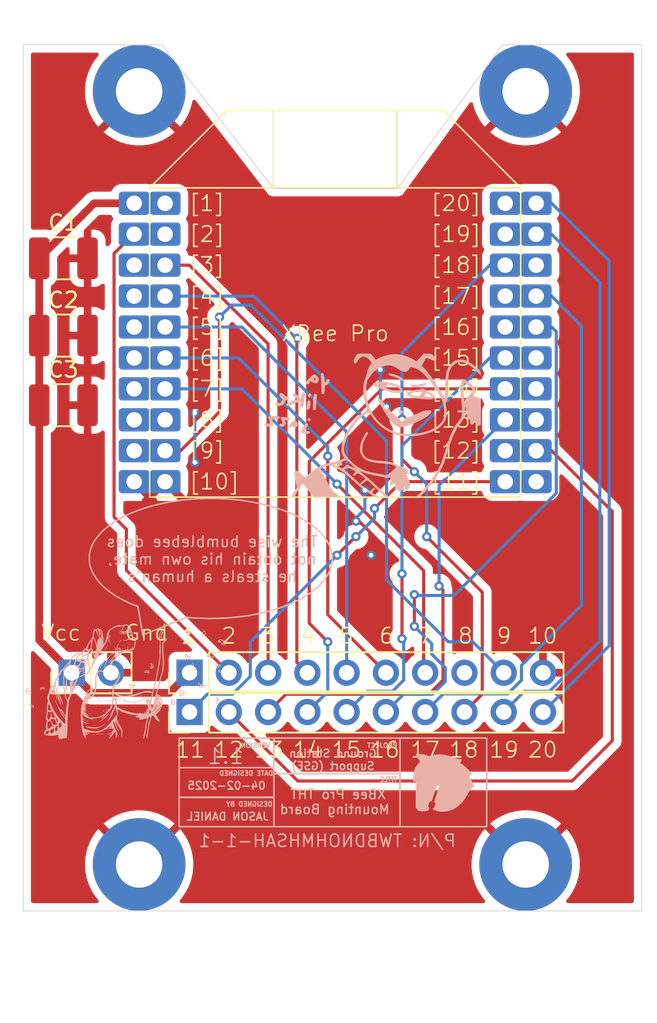
<source format=kicad_pcb>
(kicad_pcb (version 20241229) (generator "pcbnew") (generator_version "9.0")
  (layers (0 "F.Cu" signal) (4 "In1.Cu" signal) (6 "In2.Cu" signal) (2 "B.Cu" signal) (13 "F.Paste" user) (15 "B.Paste" user) (5 "F.SilkS" user "F.Silkscreen") (7 "B.SilkS" user "B.Silkscreen") (1 "F.Mask" user) (3 "B.Mask" user) (25 "Edge.Cuts" user))
  (net 0 "")
  (net 1 "+3.3V")
  (net 2 "GND")
  (net 3 "Net-(J2-Pin_1)")
  (net 5 "Net-(J1-Pin_2)")
  (net 6 "Net-(J2-Pin_5)")
  (net 7 "Net-(J1-Pin_4)")
  (net 8 "Net-(J1-Pin_9)")
  (net 9 "Net-(J2-Pin_9)")
  (net 10 "Net-(J1-Pin_6)")
  (net 11 "Net-(J2-Pin_6)")
  (net 12 "Net-(J2-Pin_4)")
  (net 13 "Net-(J2-Pin_2)")
  (net 14 "Net-(J1-Pin_5)")
  (net 16 "Net-(J2-Pin_10)")
  (net 17 "Net-(J1-Pin_7)")
  (net 18 "Net-(J2-Pin_3)")
  (net 19 "Net-(J2-Pin_7)")
  (net 20 "Net-(J1-Pin_3)")
  (net 21 "Net-(J2-Pin_8)")
  (footprint "=Custom Holes:M3 GND Screwhole" (layer "F.Cu") (at 106.6 61.8)
    (property "Reference" "REF**" (hide yes))
    (property "Value" "M3 GND Screwhole")
    (pad "1" thru_hole circle (at 0 0) (size 6 6) (drill 3) (layers "*.Cu" "*.Mask") (net 2 "GND"))
  )
  (footprint "=Custom Holes:M3 GND Screwhole" (layer "F.Cu") (at 131.6 61.8)
    (property "Reference" "REF**" (hide yes))
    (property "Value" "M3 GND Screwhole")
    (pad "1" thru_hole circle (at 0 0) (size 6 6) (drill 3) (layers "*.Cu" "*.Mask") (net 2 "GND"))
  )
  (footprint "Capacitor_SMD:C_1210_3225Metric_Pad1.33x2.70mm_HandSolder" (layer "F.Cu") (at 101.7 72.6)
    (property "Reference" "C1" (at 0 -2.3 0) (layer "F.SilkS"))
    (property "Value" "47uF")
    (pad "1" smd roundrect (at -1.5625 0) (size 1.325 2.7) (layers "F.Cu" "F.Mask" "F.Paste") (roundrect_rratio 0.188679) (net 1 "+3.3V"))
    (pad "2" smd roundrect (at 1.5625 0) (size 1.325 2.7) (layers "F.Cu" "F.Mask" "F.Paste") (roundrect_rratio 0.188679) (net 2 "GND"))
  )
  (footprint "Capacitor_SMD:C_1210_3225Metric_Pad1.33x2.70mm_HandSolder" (layer "F.Cu") (at 101.7 77.6)
    (property "Reference" "C2" (at 0 -2.3 0) (layer "F.SilkS"))
    (property "Value" "10uF")
    (pad "1" smd roundrect (at -1.5625 0) (size 1.325 2.7) (layers "F.Cu" "F.Mask" "F.Paste") (roundrect_rratio 0.188679) (net 1 "+3.3V"))
    (pad "2" smd roundrect (at 1.5625 0) (size 1.325 2.7) (layers "F.Cu" "F.Mask" "F.Paste") (roundrect_rratio 0.188679) (net 2 "GND"))
  )
  (footprint "Connector_PinHeader_2.54mm:PinHeader_1x02_P2.54mm_Vertical" (layer "F.Cu") (at 102.24 99.4 90)
    (property "Reference" "J3" (hide yes))
    (property "Value" "Conn_01x02")
    (pad "1" thru_hole rect (at 0 0 90) (size 1.7 1.7) (drill 1) (layers "*.Cu" "*.Mask") (net 1 "+3.3V"))
    (pad "2" thru_hole oval (at 0 2.54 90) (size 1.7 1.7) (drill 1) (layers "*.Cu" "*.Mask") (net 2 "GND"))
  )
  (footprint "=Custom Holes:M3 GND Screwhole" (layer "F.Cu") (at 106.6 111.8)
    (property "Reference" "REF**" (hide yes))
    (property "Value" "M3 GND Screwhole")
    (pad "1" thru_hole circle (at 0 0) (size 6 6) (drill 3) (layers "*.Cu" "*.Mask") (net 2 "GND"))
  )
  (footprint "Connector_PinHeader_2.54mm:PinHeader_1x10_P2.54mm_Vertical" (layer "F.Cu") (at 109.86 101.94 90)
    (property "Reference" "J2" (hide yes))
    (property "Value" "Conn_01x10")
    (pad "1" thru_hole rect (at 0 0 90) (size 1.7 1.7) (drill 1) (layers "*.Cu" "*.Mask") (net 3 "Net-(J2-Pin_1)"))
    (pad "2" thru_hole oval (at 0 2.54 90) (size 1.7 1.7) (drill 1) (layers "*.Cu" "*.Mask") (net 13 "Net-(J2-Pin_2)"))
    (pad "3" thru_hole oval (at 0 5.08 90) (size 1.7 1.7) (drill 1) (layers "*.Cu" "*.Mask") (net 18 "Net-(J2-Pin_3)"))
    (pad "4" thru_hole oval (at 0 7.62 90) (size 1.7 1.7) (drill 1) (layers "*.Cu" "*.Mask") (net 12 "Net-(J2-Pin_4)"))
    (pad "5" thru_hole oval (at 0 10.16 90) (size 1.7 1.7) (drill 1) (layers "*.Cu" "*.Mask") (net 6 "Net-(J2-Pin_5)"))
    (pad "6" thru_hole oval (at 0 12.7 90) (size 1.7 1.7) (drill 1) (layers "*.Cu" "*.Mask") (net 11 "Net-(J2-Pin_6)"))
    (pad "7" thru_hole oval (at 0 15.24 90) (size 1.7 1.7) (drill 1) (layers "*.Cu" "*.Mask") (net 19 "Net-(J2-Pin_7)"))
    (pad "8" thru_hole oval (at 0 17.78 90) (size 1.7 1.7) (drill 1) (layers "*.Cu" "*.Mask") (net 21 "Net-(J2-Pin_8)"))
    (pad "9" thru_hole oval (at 0 20.32 90) (size 1.7 1.7) (drill 1) (layers "*.Cu" "*.Mask") (net 9 "Net-(J2-Pin_9)"))
    (pad "10" thru_hole oval (at 0 22.86 90) (size 1.7 1.7) (drill 1) (layers "*.Cu" "*.Mask") (net 16 "Net-(J2-Pin_10)"))
  )
  (footprint "Connector_PinHeader_2.54mm:PinHeader_1x10_P2.54mm_Vertical" (layer "F.Cu") (at 109.86 99.4 90)
    (property "Reference" "J1" (hide yes))
    (property "Value" "Conn_01x10")
    (pad "1" thru_hole rect (at 0 0 90) (size 1.7 1.7) (drill 1) (layers "*.Cu" "*.Mask") (net 1 "+3.3V"))
    (pad "2" thru_hole oval (at 0 2.54 90) (size 1.7 1.7) (drill 1) (layers "*.Cu" "*.Mask") (net 5 "Net-(J1-Pin_2)"))
    (pad "3" thru_hole oval (at 0 5.08 90) (size 1.7 1.7) (drill 1) (layers "*.Cu" "*.Mask") (net 20 "Net-(J1-Pin_3)"))
    (pad "4" thru_hole oval (at 0 7.62 90) (size 1.7 1.7) (drill 1) (layers "*.Cu" "*.Mask") (net 7 "Net-(J1-Pin_4)"))
    (pad "5" thru_hole oval (at 0 10.16 90) (size 1.7 1.7) (drill 1) (layers "*.Cu" "*.Mask") (net 14 "Net-(J1-Pin_5)"))
    (pad "6" thru_hole oval (at 0 12.7 90) (size 1.7 1.7) (drill 1) (layers "*.Cu" "*.Mask") (net 10 "Net-(J1-Pin_6)"))
    (pad "7" thru_hole oval (at 0 15.24 90) (size 1.7 1.7) (drill 1) (layers "*.Cu" "*.Mask") (net 17 "Net-(J1-Pin_7)"))
    (pad "8" thru_hole oval (at 0 17.78 90) (size 1.7 1.7) (drill 1) (layers "*.Cu" "*.Mask"))
    (pad "9" thru_hole oval (at 0 20.32 90) (size 1.7 1.7) (drill 1) (layers "*.Cu" "*.Mask") (net 8 "Net-(J1-Pin_9)"))
    (pad "10" thru_hole oval (at 0 22.86 90) (size 1.7 1.7) (drill 1) (layers "*.Cu" "*.Mask") (net 2 "GND"))
  )
  (footprint "=Custom Holes:M3 GND Screwhole" (layer "F.Cu") (at 131.6 111.8)
    (property "Reference" "REF**" (hide yes))
    (property "Value" "M3 GND Screwhole")
    (pad "1" thru_hole circle (at 0 0) (size 6 6) (drill 3) (layers "*.Cu" "*.Mask") (net 2 "GND"))
  )
  (footprint "Footprint Fetish:XBee Pro THT Double" (layer "F.Cu") (at 108.2775 69.045)
    (property "Reference" "XBee1" (hide yes))
    (property "Value" "~" (hide yes))
    (fp_text user "[12]" (at 20.5 16 0) (layer "F.SilkS") (effects (font (thickness 0.1)) (justify right)))
    (fp_text user "[8]" (at 1.5 14 0) (layer "F.SilkS") (effects (font (thickness 0.1)) (justify left)))
    (fp_text user "[6]" (at 1.5 10 0) (layer "F.SilkS") (effects (font (thickness 0.1)) (justify left)))
    (fp_text user "[11]" (at 20.5 18 0) (layer "F.SilkS") (effects (font (thickness 0.1)) (justify right)))
    (fp_text user "[3]" (at 1.5 4 0) (layer "F.SilkS") (effects (font (thickness 0.1)) (justify left)))
    (fp_text user "[9]" (at 1.5 16 0) (layer "F.SilkS") (effects (font (thickness 0.1)) (justify left)))
    (fp_text user "[14]" (at 20.5 12 0) (layer "F.SilkS") (effects (font (thickness 0.1)) (justify right)))
    (fp_text user "[10]" (at 1.5 18 0) (layer "F.SilkS") (effects (font (thickness 0.1)) (justify left)))
    (fp_text user "[1]" (at 1.5 0 0) (layer "F.SilkS") (effects (font (thickness 0.1)) (justify left)))
    (fp_text user "[18]" (at 20.5 4 0) (layer "F.SilkS") (effects (font (thickness 0.1)) (justify right)))
    (fp_text user "[17]" (at 20.5 6 0) (layer "F.SilkS") (effects (font (thickness 0.1)) (justify right)))
    (fp_text user "[4]" (at 1.5 6 0) (layer "F.SilkS") (effects (font (thickness 0.1)) (justify left)))
    (fp_text user "[2]" (at 1.5 2 0) (layer "F.SilkS") (effects (font (thickness 0.1)) (justify left)))
    (fp_text user "[13]" (at 20.5 14 0) (layer "F.SilkS") (effects (font (thickness 0.1)) (justify right)))
    (fp_text user "XBee Pro" (at 11 9 0) (layer "F.SilkS") (effects (font (thickness 0.1)) (justify bottom)))
    (fp_text user "[5]" (at 1.5 8 0) (layer "F.SilkS") (effects (font (thickness 0.1)) (justify left)))
    (fp_text user "[19]" (at 20.5 2 0) (layer "F.SilkS") (effects (font (thickness 0.1)) (justify right)))
    (fp_text user "[7]" (at 1.5 12 0) (layer "F.SilkS") (effects (font (thickness 0.1)) (justify left)))
    (fp_text user "[20]" (at 20.5 0 0) (layer "F.SilkS") (effects (font (thickness 0.1)) (justify right)))
    (fp_text user "[15]" (at 20.5 10 0) (layer "F.SilkS") (effects (font (thickness 0.1)) (justify right)))
    (fp_text user "[16]" (at 20.5 8 0) (layer "F.SilkS") (effects (font (thickness 0.1)) (justify right)))
    (pad "1" thru_hole roundrect (at -2 0) (size 2 1.5) (drill 1) (layers "*.Cu" "*.Mask") (roundrect_rratio 0.15) (net 1 "+3.3V"))
    (pad "1" thru_hole roundrect (at 0 0) (size 2 1.5) (drill 1) (layers "*.Cu" "*.Mask") (roundrect_rratio 0.15) (net 1 "+3.3V"))
    (pad "2" thru_hole roundrect (at -2 2) (size 2 1.5) (drill 1) (layers "*.Cu" "*.Mask") (roundrect_rratio 0.15) (net 5 "Net-(J1-Pin_2)"))
    (pad "2" thru_hole roundrect (at 0 2) (size 2 1.5) (drill 1) (layers "*.Cu" "*.Mask") (roundrect_rratio 0.15) (net 5 "Net-(J1-Pin_2)"))
    (pad "3" thru_hole roundrect (at -2 4) (size 2 1.5) (drill 1) (layers "*.Cu" "*.Mask") (roundrect_rratio 0.15) (net 20 "Net-(J1-Pin_3)"))
    (pad "3" thru_hole roundrect (at 0 4) (size 2 1.5) (drill 1) (layers "*.Cu" "*.Mask") (roundrect_rratio 0.15) (net 20 "Net-(J1-Pin_3)"))
    (pad "4" thru_hole roundrect (at -2 6) (size 2 1.5) (drill 1) (layers "*.Cu" "*.Mask") (roundrect_rratio 0.15) (net 7 "Net-(J1-Pin_4)"))
    (pad "4" thru_hole roundrect (at 0 6) (size 2 1.5) (drill 1) (layers "*.Cu" "*.Mask") (roundrect_rratio 0.15) (net 7 "Net-(J1-Pin_4)"))
    (pad "5" thru_hole roundrect (at -2 8) (size 2 1.5) (drill 1) (layers "*.Cu" "*.Mask") (roundrect_rratio 0.15) (net 14 "Net-(J1-Pin_5)"))
    (pad "5" thru_hole roundrect (at 0 8) (size 2 1.5) (drill 1) (layers "*.Cu" "*.Mask") (roundrect_rratio 0.15) (net 14 "Net-(J1-Pin_5)"))
    (pad "6" thru_hole roundrect (at -2 10) (size 2 1.5) (drill 1) (layers "*.Cu" "*.Mask") (roundrect_rratio 0.15) (net 10 "Net-(J1-Pin_6)"))
    (pad "6" thru_hole roundrect (at 0 10) (size 2 1.5) (drill 1) (layers "*.Cu" "*.Mask") (roundrect_rratio 0.15) (net 10 "Net-(J1-Pin_6)"))
    (pad "7" thru_hole roundrect (at -2 12) (size 2 1.5) (drill 1) (layers "*.Cu" "*.Mask") (roundrect_rratio 0.15) (net 17 "Net-(J1-Pin_7)"))
    (pad "7" thru_hole roundrect (at 0 12) (size 2 1.5) (drill 1) (layers "*.Cu" "*.Mask") (roundrect_rratio 0.15) (net 17 "Net-(J1-Pin_7)"))
    (pad "8" thru_hole roundrect (at -2 14) (size 2 1.5) (drill 1) (layers "*.Cu" "*.Mask") (roundrect_rratio 0.15))
    (pad "8" thru_hole roundrect (at 0 14) (size 2 1.5) (drill 1) (layers "*.Cu" "*.Mask") (roundrect_rratio 0.15))
    (pad "9" thru_hole roundrect (at -2 16) (size 2 1.5) (drill 1) (layers "*.Cu" "*.Mask") (roundrect_rratio 0.15) (net 8 "Net-(J1-Pin_9)"))
    (pad "9" thru_hole roundrect (at 0 16) (size 2 1.5) (drill 1) (layers "*.Cu" "*.Mask") (roundrect_rratio 0.15) (net 8 "Net-(J1-Pin_9)"))
    (pad "10" thru_hole roundrect (at -2 18) (size 2 1.5) (drill 1) (layers "*.Cu" "*.Mask") (roundrect_rratio 0.15) (net 2 "GND"))
    (pad "10" thru_hole roundrect (at 0 18) (size 2 1.5) (drill 1) (layers "*.Cu" "*.Mask") (roundrect_rratio 0.15) (net 2 "GND"))
    (pad "11" thru_hole roundrect (at 22 18) (size 2 1.5) (drill 1) (layers "*.Cu" "*.Mask") (roundrect_rratio 0.15) (net 3 "Net-(J2-Pin_1)"))
    (pad "11" thru_hole roundrect (at 24 18) (size 2 1.5) (drill 1) (layers "*.Cu" "*.Mask") (roundrect_rratio 0.15) (net 3 "Net-(J2-Pin_1)"))
    (pad "12" thru_hole roundrect (at 22 16) (size 2 1.5) (drill 1) (layers "*.Cu" "*.Mask") (roundrect_rratio 0.15) (net 13 "Net-(J2-Pin_2)"))
    (pad "12" thru_hole roundrect (at 24 16) (size 2 1.5) (drill 1) (layers "*.Cu" "*.Mask") (roundrect_rratio 0.15) (net 13 "Net-(J2-Pin_2)"))
    (pad "13" thru_hole roundrect (at 22 14) (size 2 1.5) (drill 1) (layers "*.Cu" "*.Mask") (roundrect_rratio 0.15) (net 18 "Net-(J2-Pin_3)"))
    (pad "13" thru_hole roundrect (at 24 14) (size 2 1.5) (drill 1) (layers "*.Cu" "*.Mask") (roundrect_rratio 0.15) (net 18 "Net-(J2-Pin_3)"))
    (pad "14" thru_hole roundrect (at 22 12) (size 2 1.5) (drill 1) (layers "*.Cu" "*.Mask") (roundrect_rratio 0.15) (net 12 "Net-(J2-Pin_4)"))
    (pad "14" thru_hole roundrect (at 24 12) (size 2 1.5) (drill 1) (layers "*.Cu" "*.Mask") (roundrect_rratio 0.15) (net 12 "Net-(J2-Pin_4)"))
    (pad "15" thru_hole roundrect (at 22 10) (size 2 1.5) (drill 1) (layers "*.Cu" "*.Mask") (roundrect_rratio 0.15) (net 6 "Net-(J2-Pin_5)"))
    (pad "15" thru_hole roundrect (at 24 10) (size 2 1.5) (drill 1) (layers "*.Cu" "*.Mask") (roundrect_rratio 0.15) (net 6 "Net-(J2-Pin_5)"))
    (pad "16" thru_hole roundrect (at 22 8) (size 2 1.5) (drill 1) (layers "*.Cu" "*.Mask") (roundrect_rratio 0.15) (net 11 "Net-(J2-Pin_6)"))
    (pad "16" thru_hole roundrect (at 24 8) (size 2 1.5) (drill 1) (layers "*.Cu" "*.Mask") (roundrect_rratio 0.15) (net 11 "Net-(J2-Pin_6)"))
    (pad "17" thru_hole roundrect (at 22 6) (size 2 1.5) (drill 1) (layers "*.Cu" "*.Mask") (roundrect_rratio 0.15) (net 19 "Net-(J2-Pin_7)"))
    (pad "17" thru_hole roundrect (at 24 6) (size 2 1.5) (drill 1) (layers "*.Cu" "*.Mask") (roundrect_rratio 0.15) (net 19 "Net-(J2-Pin_7)"))
    (pad "18" thru_hole roundrect (at 22 4) (size 2 1.5) (drill 1) (layers "*.Cu" "*.Mask") (roundrect_rratio 0.15) (net 21 "Net-(J2-Pin_8)"))
    (pad "18" thru_hole roundrect (at 24 4) (size 2 1.5) (drill 1) (layers "*.Cu" "*.Mask") (roundrect_rratio 0.15) (net 21 "Net-(J2-Pin_8)"))
    (pad "19" thru_hole roundrect (at 22 2) (size 2 1.5) (drill 1) (layers "*.Cu" "*.Mask") (roundrect_rratio 0.15) (net 9 "Net-(J2-Pin_9)"))
    (pad "19" thru_hole roundrect (at 24 2) (size 2 1.5) (drill 1) (layers "*.Cu" "*.Mask") (roundrect_rratio 0.15) (net 9 "Net-(J2-Pin_9)"))
    (pad "20" thru_hole roundrect (at 22 0) (size 2 1.5) (drill 1) (layers "*.Cu" "*.Mask") (roundrect_rratio 0.15) (net 16 "Net-(J2-Pin_10)"))
    (pad "20" thru_hole roundrect (at 24 0) (size 2 1.5) (drill 1) (layers "*.Cu" "*.Mask") (roundrect_rratio 0.15) (net 16 "Net-(J2-Pin_10)"))
  )
  (footprint "Capacitor_SMD:C_1210_3225Metric_Pad1.33x2.70mm_HandSolder" (layer "F.Cu") (at 101.7 82.1)
    (property "Reference" "C3" (at 0 -2.3 0) (layer "F.SilkS"))
    (property "Value" "1uF")
    (pad "1" smd roundrect (at -1.5625 0) (size 1.325 2.7) (layers "F.Cu" "F.Mask" "F.Paste") (roundrect_rratio 0.188679) (net 1 "+3.3V"))
    (pad "2" smd roundrect (at 1.5625 0) (size 1.325 2.7) (layers "F.Cu" "F.Mask" "F.Paste") (roundrect_rratio 0.188679) (net 2 "GND"))
  )
  (footprint "=Graphics:Oogway wisdom 20x16" (layer "B.Cu") (at 109.2 95.8 180)
    (property "Reference" "G***" (hide yes))
    (property "Value" "LOGO" (hide yes))
  )
  (footprint "=Graphics:NCR TItle Block 20x5.8mm" (layer "B.Cu") (at 119.125 106.5 180)
    (property "Reference" "G***" (hide yes))
    (property "Value" "LOGO" (hide yes))
    (fp_text user "VERSION" (at 5 2.4 0) (layer "B.SilkS") (effects (font (size 0.3 0.3) (thickness 0.075)) (justify mirror)))
    (fp_text user "DATE DESIGNED" (at 5.6 0.6 0) (layer "B.SilkS") (effects (font (size 0.3 0.3) (thickness 0.075)) (justify mirror)))
    (fp_text user "DESIGNED BY" (at 5.4 -1.4 0) (layer "B.SilkS") (effects (font (size 0.3 0.3) (thickness 0.075)) (justify mirror)))
    (fp_text user "PROJECT" (at -3.2 2.4 0) (layer "B.SilkS") (effects (font (size 0.3 0.3) (thickness 0.075)) (justify mirror)))
    (fp_text user "TITLE" (at -3.6 0.2 0) (layer "B.SilkS") (effects (font (size 0.3 0.3) (thickness 0.075)) (justify mirror)))
  )
  (footprint "=Graphics:You Like Jank" (layer "B.Cu") (at 121.7 83.4 180)
    (property "Reference" "G***" (hide yes))
    (property "Value" "LOGO" (hide yes))
  )
  (gr_line (start 123.3 68.1) (end 115.3 68.1) (stroke (width 0.05)) (layer "Edge.Cuts"))
  (gr_line (start 99.1 114.8) (end 139.1 114.8) (stroke (width 0.05)) (layer "Edge.Cuts"))
  (gr_line (start 139.1 114.8) (end 139.1 58.8) (stroke (width 0.05)) (layer "Edge.Cuts"))
  (gr_line (start 139.1 58.8) (end 130.1 58.8) (stroke (width 0.05)) (layer "Edge.Cuts"))
  (gr_line (start 99.1 58.8) (end 99.1 114.8) (stroke (width 0.05)) (layer "Edge.Cuts"))
  (gr_line (start 123.3 68.1) (end 130.1 58.8) (stroke (width 0.05)) (layer "Edge.Cuts"))
  (gr_line (start 108.1 58.8) (end 99.1 58.8) (stroke (width 0.05)) (layer "Edge.Cuts"))
  (gr_line (start 115.3 68.1) (end 108.1 58.8) (stroke (width 0.05)) (layer "Edge.Cuts"))
  (gr_text "10" (at 132.7 97.6 0) (layer "F.SilkS") (effects (font (size 1 1) (thickness 0.1)) (justify bottom)))
  (gr_text "12" (at 112.4 103.8 0) (layer "F.SilkS") (effects (font (size 1 1) (thickness 0.1)) (justify top)))
  (gr_text "Vcc" (at 100.2 97.4 0) (layer "F.SilkS") (effects (font (size 1 1) (thickness 0.1)) (justify left bottom)))
  (gr_text "16" (at 122.5 103.8 0) (layer "F.SilkS") (effects (font (size 1 1) (thickness 0.1)) (justify top)))
  (gr_text "1" (at 109.8 97.6 0) (layer "F.SilkS") (effects (font (size 1 1)) (justify bottom)))
  (gr_text "14" (at 117.5 103.8 0) (layer "F.SilkS") (effects (font (size 1 1) (thickness 0.1)) (justify top)))
  (gr_text "15" (at 120 103.8 0) (layer "F.SilkS") (effects (font (size 1 1) (thickness 0.1)) (justify top)))
  (gr_text "7" (at 125.1 97.6 0) (layer "F.SilkS") (effects (font (size 1 1) (thickness 0.1)) (justify bottom)))
  (gr_text "6" (at 122.6 97.6 0) (layer "F.SilkS") (effects (font (size 1 1) (thickness 0.1)) (justify bottom)))
  (gr_text "18" (at 127.6 103.8 0) (layer "F.SilkS") (effects (font (size 1 1) (thickness 0.1)) (justify top)))
  (gr_text "3" (at 114.9 97.6 0) (layer "F.SilkS") (effects (font (size 1 1) (thickness 0.1)) (justify bottom)))
  (gr_text "4" (at 117.5 97.6 0) (layer "F.SilkS") (effects (font (size 1 1) (thickness 0.1)) (justify bottom)))
  (gr_text "Gnd" (at 105.6 97.4 0) (layer "F.SilkS") (effects (font (size 1 1) (thickness 0.1)) (justify left bottom)))
  (gr_text "13" (at 115 103.8 0) (layer "F.SilkS") (effects (font (size 1 1) (thickness 0.1)) (justify top)))
  (gr_text "19" (at 130.2 103.8 0) (layer "F.SilkS") (effects (font (size 1 1) (thickness 0.1)) (justify top)))
  (gr_text "8" (at 127.7 97.6 0) (layer "F.SilkS") (effects (font (size 1 1) (thickness 0.1)) (justify bottom)))
  (gr_text "20" (at 132.7 103.8 0) (layer "F.SilkS") (effects (font (size 1 1) (thickness 0.1)) (justify top)))
  (gr_text "2" (at 112.4 97.6 0) (layer "F.SilkS") (effects (font (size 1 1) (thickness 0.1)) (justify bottom)))
  (gr_text "17" (at 125.1 103.8 0) (layer "F.SilkS") (effects (font (size 1 1) (thickness 0.1)) (justify top)))
  (gr_text "5" (at 120 97.6 0) (layer "F.SilkS") (effects (font (size 1 1) (thickness 0.1)) (justify bottom)))
  (gr_text "11" (at 109.9 103.8 0) (layer "F.SilkS") (effects (font (size 1 1) (thickness 0.1)) (justify top)))
  (gr_text "9" (at 130.2 97.6 0) (layer "F.SilkS") (effects (font (size 1 1) (thickness 0.1)) (justify bottom)))
  (gr_text "04-02-2025" (at 112.252878 106.7 0) (layer "B.SilkS") (effects (font (size 0.5 0.5) (thickness 0.1)) (justify mirror)))
  (gr_text "XBee Pro THT \nMounting Board" (at 119.25 107.75 0) (layer "B.SilkS") (effects (font (size 0.6 0.6) (thickness 0.1)) (justify mirror)))
  (gr_text "Ground Station\nSupport (GSE)" (at 119.134946 105.025 0) (layer "B.SilkS") (effects (font (size 0.5 0.5) (thickness 0.1)) (justify mirror)))
  (gr_text "The wise bumblebee does\nnot obtain his own mate,\nhe steals a human's" (at 111.325 92.05 0) (layer "B.SilkS") (effects (font (size 0.7 0.7) (thickness 0.1)) (justify mirror)))
  (gr_text "JASON DANIEL" (at 112.325 108.7 0) (layer "B.SilkS") (effects (font (size 0.5 0.5) (thickness 0.1)) (justify mirror)))
  (gr_text "P/N: TWBDNOHMHSAH-1-1" (at 118.762999 109.8 0) (layer "B.SilkS") (effects (font (size 0.8 0.8) (thickness 0.1)) (justify top mirror)))
  (gr_text "1.1" (at 112.2 104.8 0) (layer "B.SilkS") (effects (font (size 1 1) (thickness 0.1)) (justify mirror)))
  (segment (start 102.24 99.4) (end 103.541 100.701) (width 0.5) (layer "F.Cu") (net 1))
  (segment (start 100.1375 72.6) (end 100.1375 77.6) (width 0.5) (layer "F.Cu") (net 1))
  (segment (start 100.1375 77.6) (end 100.1375 82.1) (width 0.5) (layer "F.Cu") (net 1))
  (segment (start 100.1375 97.2975) (end 102.24 99.4) (width 0.5) (layer "F.Cu") (net 1))
  (segment (start 100.1375 82.1) (end 100.1375 97.2975) (width 0.5) (layer "F.Cu") (net 1))
  (segment (start 108.2775 69.045) (end 107.2775 69.045) (width 0.2) (layer "F.Cu") (net 1))
  (segment (start 108.559 100.701) (end 109.86 99.4) (width 0.5) (layer "F.Cu") (net 1))
  (segment (start 103.6925 69.045) (end 100.1375 72.6) (width 0.5) (layer "F.Cu") (net 1))
  (segment (start 103.541 100.701) (end 108.559 100.701) (width 0.5) (layer "F.Cu") (net 1))
  (segment (start 106.2775 69.045) (end 103.6925 69.045) (width 0.5) (layer "F.Cu") (net 1))
  (segment (start 108.2775 69.045) (end 106.2775 69.045) (width 0.2) (layer "B.Cu") (net 1))
  (segment (start 120.625 89.6) (end 120.825 89.6) (width 0.2) (layer "F.Cu") (net 2))
  (segment (start 120.825 89.6) (end 121.6 90.375) (width 0.2) (layer "F.Cu") (net 2))
  (segment (start 121.6 90.375) (end 121.6 91.8) (width 0.2) (layer "F.Cu") (net 2))
  (via (at 120.625 89.6) (size 0.6) (drill 0.3) (layers "F.Cu" "B.Cu") (net 2))
  (via (at 122.6 82.2) (size 0.6) (drill 0.3) (layers "F.Cu" "B.Cu") (net 2))
  (via (at 110.2 85.8) (size 0.6) (drill 0.3) (layers "F.Cu" "B.Cu") (net 2))
  (via (at 110.2 82.6) (size 0.6) (drill 0.3) (layers "F.Cu" "B.Cu") (net 2))
  (via (at 122.2 79.8) (size 0.6) (drill 0.3) (layers "F.Cu" "B.Cu") (net 2))
  (via (at 121.2 87.6) (size 0.6) (drill 0.3) (layers "F.Cu" "B.Cu") (net 2))
  (via (at 121.6 91.8) (size 0.6) (drill 0.3) (layers "F.Cu" "B.Cu") (net 2))
  (segment (start 120.625 89.6) (end 120.625 89.4) (width 0.2) (layer "B.Cu") (net 2))
  (segment (start 120.625 89.4) (end 121.2 88.825) (width 0.2) (layer "B.Cu") (net 2))
  (segment (start 110.2 85.8) (end 110.2 82.6) (width 0.2) (layer "B.Cu") (net 2))
  (segment (start 122.2 81.8) (end 122.6 82.2) (width 0.2) (layer "B.Cu") (net 2))
  (segment (start 122.2 79.8) (end 122.2 81.8) (width 0.2) (layer "B.Cu") (net 2))
  (segment (start 121.2 88.825) (end 121.2 87.6) (width 0.2) (layer "B.Cu") (net 2))
  (segment (start 108.2775 87.045) (end 106.2775 87.045) (width 0.2) (layer "B.Cu") (net 2))
  (segment (start 123.555 87.045) (end 121.824265 88.775735) (width 0.2) (layer "F.Cu") (net 3))
  (segment (start 130.2775 87.045) (end 123.555 87.045) (width 0.2) (layer "F.Cu") (net 3))
  (segment (start 120.6 90.6) (end 119.4 91.8) (width 0.2) (layer "F.Cu") (net 3))
  (segment (start 120.625 90.6) (end 120.6 90.6) (width 0.2) (layer "F.Cu") (net 3))
  (via (at 119.4 91.8) (size 0.6) (drill 0.3) (layers "F.Cu" "B.Cu") (net 3))
  (via (at 120.625 90.6) (size 0.6) (drill 0.3) (layers "F.Cu" "B.Cu") (net 3))
  (via (at 121.824265 88.775735) (size 0.6) (drill 0.3) (layers "F.Cu" "B.Cu") (net 3))
  (segment (start 112.63876 100.789) (end 111.011 100.789) (width 0.2) (layer "B.Cu") (net 3))
  (segment (start 111.011 100.789) (end 109.86 101.94) (width 0.2) (layer "B.Cu") (net 3))
  (segment (start 113.789 97.411) (end 113.789 99.63876) (width 0.2) (layer "B.Cu") (net 3))
  (segment (start 121.824265 89.400735) (end 120.625 90.6) (width 0.2) (layer "B.Cu") (net 3))
  (segment (start 132.2775 87.045) (end 130.2775 87.045) (width 0.2) (layer "B.Cu") (net 3))
  (segment (start 113.789 99.63876) (end 112.63876 100.789) (width 0.2) (layer "B.Cu") (net 3))
  (segment (start 119.4 91.8) (end 113.789 97.411) (width 0.2) (layer "B.Cu") (net 3))
  (segment (start 121.824265 88.775735) (end 121.824265 89.400735) (width 0.2) (layer "B.Cu") (net 3))
  (segment (start 104.9765 89.3265) (end 105.775 90.125) (width 0.2) (layer "F.Cu") (net 5))
  (segment (start 106.22739 71.045) (end 104.9765 72.29589) (width 0.2) (layer "F.Cu") (net 5))
  (segment (start 105.775 92.775) (end 112.4 99.4) (width 0.2) (layer "F.Cu") (net 5))
  (segment (start 106.2775 71.045) (end 106.22739 71.045) (width 0.2) (layer "F.Cu") (net 5))
  (segment (start 104.9765 72.29589) (end 104.9765 89.3265) (width 0.2) (layer "F.Cu") (net 5))
  (segment (start 105.775 90.125) (end 105.775 92.775) (width 0.2) (layer "F.Cu") (net 5))
  (segment (start 108.2775 71.045) (end 106.2775 71.045) (width 0.2) (layer "B.Cu") (net 5))
  (segment (start 123.6 93) (end 123.6 97.2) (width 0.2) (layer "F.Cu") (net 6))
  (via (at 123.6 97.2) (size 0.6) (drill 0.3) (layers "F.Cu" "B.Cu") (net 6))
  (via (at 123.6 93) (size 0.6) (drill 0.3) (layers "F.Cu" "B.Cu") (net 6))
  (segment (start 121.36 100.6) (end 120.02 101.94) (width 0.2) (layer "B.Cu") (net 6))
  (segment (start 130.2775 79.045) (end 129.2775 79.045) (width 0.2) (layer "B.Cu") (net 6))
  (segment (start 132.2775 79.045) (end 130.2775 79.045) (width 0.2) (layer "B.Cu") (net 6))
  (segment (start 123.711 97.311) (end 123.711 99.87676) (width 0.2) (layer "B.Cu") (net 6))
  (segment (start 123.711 99.87676) (end 122.98776 100.6) (width 0.2) (layer "B.Cu") (net 6))
  (segment (start 123.6 97.2) (end 123.711 97.311) (width 0.2) (layer "B.Cu") (net 6))
  (segment (start 122.98776 100.6) (end 121.36 100.6) (width 0.2) (layer "B.Cu") (net 6))
  (segment (start 129.2775 79.045) (end 123.6 84.7225) (width 0.2) (layer "B.Cu") (net 6))
  (segment (start 123.6 84.7225) (end 123.6 93) (width 0.2) (layer "B.Cu") (net 6))
  (segment (start 116.8 77.8) (end 116.8 98.72) (width 0.2) (layer "F.Cu") (net 7))
  (segment (start 116.824265 77.775735) (end 116.8 77.8) (width 0.2) (layer "F.Cu") (net 7))
  (segment (start 116.8 98.72) (end 117.48 99.4) (width 0.2) (layer "F.Cu") (net 7))
  (via (at 116.824265 77.775735) (size 0.6) (drill 0.3) (layers "F.Cu" "B.Cu") (net 7))
  (segment (start 108.2775 75.045) (end 106.2775 75.045) (width 0.2) (layer "B.Cu") (net 7))
  (segment (start 116.824265 77.775735) (end 116.760735 77.775735) (width 0.2) (layer "B.Cu") (net 7))
  (segment (start 114.03 75.045) (end 108.2775 75.045) (width 0.2) (layer "B.Cu") (net 7))
  (segment (start 116.760735 77.775735) (end 114.03 75.045) (width 0.2) (layer "B.Cu") (net 7))
  (segment (start 111.8 82.5225) (end 111.8 76.4) (width 0.2) (layer "F.Cu") (net 8))
  (segment (start 109.2775 85.045) (end 111.8 82.5225) (width 0.2) (layer "F.Cu") (net 8))
  (segment (start 108.2775 85.045) (end 109.2775 85.045) (width 0.2) (layer "F.Cu") (net 8))
  (via (at 111.8 76.4) (size 0.6) (drill 0.3) (layers "F.Cu" "B.Cu") (net 8))
  (segment (start 113.826 75.626) (end 122.6 84.4) (width 0.2) (layer "B.Cu") (net 8))
  (segment (start 111.8 76.4) (end 112.574 75.626) (width 0.2) (layer "B.Cu") (net 8))
  (segment (start 122.6 93.4) (end 126.6 97.4) (width 0.2) (layer "B.Cu") (net 8))
  (segment (start 122.6 84.4) (end 122.6 93.4) (width 0.2) (layer "B.Cu") (net 8))
  (segment (start 108.2775 85.045) (end 106.2775 85.045) (width 0.2) (layer "B.Cu") (net 8))
  (segment (start 128.18 97.4) (end 130.18 99.4) (width 0.2) (layer "B.Cu") (net 8))
  (segment (start 112.574 75.626) (end 113.826 75.626) (width 0.2) (layer "B.Cu") (net 8))
  (segment (start 126.6 97.4) (end 128.18 97.4) (width 0.2) (layer "B.Cu") (net 8))
  (segment (start 131.52 100.6) (end 130.18 101.94) (width 0.2) (layer "B.Cu") (net 9))
  (segment (start 133.14776 100.6) (end 131.52 100.6) (width 0.2) (layer "B.Cu") (net 9))
  (segment (start 136.4 74.1675) (end 136.4 97.34776) (width 0.2) (layer "B.Cu") (net 9))
  (segment (start 133.2775 71.045) (end 136.4 74.1675) (width 0.2) (layer "B.Cu") (net 9))
  (segment (start 132.2775 71.045) (end 130.2775 71.045) (width 0.2) (layer "B.Cu") (net 9))
  (segment (start 136.4 97.34776) (end 133.14776 100.6) (width 0.2) (layer "B.Cu") (net 9))
  (segment (start 132.2775 71.045) (end 133.2775 71.045) (width 0.2) (layer "B.Cu") (net 9))
  (segment (start 118.8 85.4) (end 118.8 95.64) (width 0.2) (layer "F.Cu") (net 10))
  (segment (start 118.8 95.64) (end 122.56 99.4) (width 0.2) (layer "F.Cu") (net 10))
  (via (at 118.8 85.4) (size 0.6) (drill 0.3) (layers "F.Cu" "B.Cu") (net 10))
  (segment (start 118.8 85.4) (end 118.8 84.8) (width 0.2) (layer "B.Cu") (net 10))
  (segment (start 113.045 79.045) (end 108.2775 79.045) (width 0.2) (layer "B.Cu") (net 10))
  (segment (start 118.8 84.8) (end 113.045 79.045) (width 0.2) (layer "B.Cu") (net 10))
  (segment (start 108.2775 79.045) (end 106.2775 79.045) (width 0.2) (layer "B.Cu") (net 10))
  (segment (start 124.4 94.351472) (end 124.4 96.4) (width 0.2) (layer "F.Cu") (net 11))
  (via (at 124.4 96.4) (size 0.6) (drill 0.3) (layers "F.Cu" "B.Cu") (net 11))
  (via (at 124.4 94.351472) (size 0.6) (drill 0.3) (layers "F.Cu" "B.Cu") (net 11))
  (segment (start 133.2775 77.045) (end 133.5785 77.346) (width 0.2) (layer "B.Cu") (net 11))
  (segment (start 133.5785 87.79411) (end 126.97161 94.401) (width 0.2) (layer "B.Cu") (net 11))
  (segment (start 125.52776 97.52776) (end 125.52776 98.2) (width 0.2) (layer "B.Cu") (net 11))
  (segment (start 123.711 100.789) (end 122.56 101.94) (width 0.2) (layer "B.Cu") (net 11))
  (segment (start 126.4 99.07224) (end 126.4 99.96576) (width 0.2) (layer "B.Cu") (net 11))
  (segment (start 132.2775 77.045) (end 130.2775 77.045) (width 0.2) (layer "B.Cu") (net 11))
  (segment (start 133.5785 77.346) (end 133.5785 87.79411) (width 0.2) (layer "B.Cu") (net 11))
  (segment (start 125.52776 98.2) (end 126.4 99.07224) (width 0.2) (layer "B.Cu") (net 11))
  (segment (start 132.2775 77.045) (end 133.2775 77.045) (width 0.2) (layer "B.Cu") (net 11))
  (segment (start 124.4 96.4) (end 125.52776 97.52776) (width 0.2) (layer "B.Cu") (net 11))
  (segment (start 125.57676 100.789) (end 123.711 100.789) (width 0.2) (layer "B.Cu") (net 11))
  (segment (start 124.449528 94.401) (end 124.4 94.351472) (width 0.2) (layer "B.Cu") (net 11))
  (segment (start 126.4 99.96576) (end 125.57676 100.789) (width 0.2) (layer "B.Cu") (net 11))
  (segment (start 126.97161 94.401) (end 124.449528 94.401) (width 0.2) (layer "B.Cu") (net 11))
  (segment (start 130.2775 81.045) (end 122.305057 81.045) (width 0.2) (layer "F.Cu") (net 12))
  (segment (start 117.6 96.2) (end 118.8 97.4) (width 0.2) (layer "F.Cu") (net 12))
  (segment (start 122.305057 81.045) (end 117.6 85.750057) (width 0.2) (layer "F.Cu") (net 12))
  (segment (start 117.6 85.750057) (end 117.6 96.2) (width 0.2) (layer "F.Cu") (net 12))
  (via (at 118.8 97.4) (size 0.6) (drill 0.3) (layers "F.Cu" "B.Cu") (net 12))
  (segment (start 118.8 100.62) (end 117.48 101.94) (width 0.2) (layer "B.Cu") (net 12))
  (segment (start 132.2775 81.045) (end 130.2775 81.045) (width 0.2) (layer "B.Cu") (net 12))
  (segment (start 118.8 97.4) (end 118.8 100.62) (width 0.2) (layer "B.Cu") (net 12))
  (segment (start 137.2 103.8) (end 134.6 106.4) (width 0.2) (layer "F.Cu") (net 13))
  (segment (start 133.2775 85.045) (end 137.2 88.9675) (width 0.2) (layer "F.Cu") (net 13))
  (segment (start 116.86 106.4) (end 112.4 101.94) (width 0.2) (layer "F.Cu") (net 13))
  (segment (start 134.6 106.4) (end 116.86 106.4) (width 0.2) (layer "F.Cu") (net 13))
  (segment (start 132.2775 85.045) (end 133.2775 85.045) (width 0.2) (layer "F.Cu") (net 13))
  (segment (start 137.2 88.9675) (end 137.2 103.8) (width 0.2) (layer "F.Cu") (net 13))
  (segment (start 132.2775 85.045) (end 130.2775 85.045) (width 0.2) (layer "B.Cu") (net 13))
  (segment (start 120.025 99.395) (end 120.02 99.4) (width 0.2) (layer "B.Cu") (net 14))
  (segment (start 120.025 83.825) (end 120.025 99.395) (width 0.2) (layer "B.Cu") (net 14))
  (segment (start 108.2775 77.045) (end 113.245 77.045) (width 0.2) (layer "B.Cu") (net 14))
  (segment (start 113.245 77.045) (end 120.025 83.825) (width 0.2) (layer "B.Cu") (net 14))
  (segment (start 108.2775 77.045) (end 106.2775 77.045) (width 0.2) (layer "B.Cu") (net 14))
  (segment (start 132.2775 69.045) (end 133.2775 69.045) (width 0.2) (layer "B.Cu") (net 16))
  (segment (start 132.2775 69.045) (end 130.2775 69.045) (width 0.2) (layer "B.Cu") (net 16))
  (segment (start 137 72.7675) (end 137 97.66) (width 0.2) (layer "B.Cu") (net 16))
  (segment (start 133.2775 69.045) (end 137 72.7675) (width 0.2) (layer "B.Cu") (net 16))
  (segment (start 137 97.66) (end 132.72 101.94) (width 0.2) (layer "B.Cu") (net 16))
  (segment (start 125 99.3) (end 125.1 99.4) (width 0.2) (layer "F.Cu") (net 17))
  (segment (start 119.4 87.2) (end 125 92.8) (width 0.2) (layer "F.Cu") (net 17))
  (segment (start 125 92.8) (end 125 99.3) (width 0.2) (layer "F.Cu") (net 17))
  (via (at 119.4 87.2) (size 0.6) (drill 0.3) (layers "F.Cu" "B.Cu") (net 17))
  (segment (start 108.2775 81.045) (end 113.245 81.045) (width 0.2) (layer "B.Cu") (net 17))
  (segment (start 108.2775 81.045) (end 106.2775 81.045) (width 0.2) (layer "B.Cu") (net 17))
  (segment (start 113.245 81.045) (end 119.4 87.2) (width 0.2) (layer "B.Cu") (net 17))
  (segment (start 125.33876 100.789) (end 116.091 100.789) (width 0.2) (layer "F.Cu") (net 18))
  (segment (start 126 93.8) (end 126.251 94.051) (width 0.2) (layer "F.Cu") (net 18))
  (segment (start 116.091 100.789) (end 114.94 101.94) (width 0.2) (layer "F.Cu") (net 18))
  (segment (start 126.251 94.051) (end 126.251 99.87676) (width 0.2) (layer "F.Cu") (net 18))
  (segment (start 126.251 99.87676) (end 125.33876 100.789) (width 0.2) (layer "F.Cu") (net 18))
  (via (at 126 93.8) (size 0.6) (drill 0.3) (layers "F.Cu" "B.Cu") (net 18))
  (segment (start 132.2775 83.045) (end 130.2775 83.045) (width 0.2) (layer "B.Cu") (net 18))
  (segment (start 130.22739 83.045) (end 126 87.27239) (width 0.2) (layer "B.Cu") (net 18))
  (segment (start 132.2775 83.045) (end 130.22739 83.045) (width 0.2) (layer "B.Cu") (net 18))
  (segment (start 126 87.27239) (end 126 93.8) (width 0.2) (layer "B.Cu") (net 18))
  (segment (start 132.2775 75.045) (end 133.2775 75.045) (width 0.2) (layer "B.Cu") (net 19))
  (segment (start 135.2 76.9675) (end 135.2 95.05424) (width 0.2) (layer "B.Cu") (net 19))
  (segment (start 132.2775 75.045) (end 130.2775 75.045) (width 0.2) (layer "B.Cu") (net 19))
  (segment (start 126.27357 100.76643) (end 125.1 101.94) (width 0.2) (layer "B.Cu") (net 19))
  (segment (start 135.2 95.05424) (end 131.331 98.92324) (width 0.2) (layer "B.Cu") (net 19))
  (segment (start 133.2775 75.045) (end 135.2 76.9675) (width 0.2) (layer "B.Cu") (net 19))
  (segment (start 131.331 99.87676) (end 130.44133 100.76643) (width 0.2) (layer "B.Cu") (net 19))
  (segment (start 130.44133 100.76643) (end 126.27357 100.76643) (width 0.2) (layer "B.Cu") (net 19))
  (segment (start 131.331 98.92324) (end 131.331 99.87676) (width 0.2) (layer "B.Cu") (net 19))
  (segment (start 109.845 73.045) (end 114.94 78.14) (width 0.2) (layer "F.Cu") (net 20))
  (segment (start 108.2775 73.045) (end 109.845 73.045) (width 0.2) (layer "F.Cu") (net 20))
  (segment (start 114.94 78.14) (end 114.94 99.4) (width 0.2) (layer "F.Cu") (net 20))
  (segment (start 108.2775 73.045) (end 106.2775 73.045) (width 0.2) (layer "B.Cu") (net 20))
  (segment (start 123.6 83) (end 123.6 85.6) (width 0.2) (layer "F.Cu") (net 21))
  (segment (start 128.791 94.191) (end 128.791 100.789) (width 0.2) (layer "F.Cu") (net 21))
  (segment (start 125.2 90.6) (end 128.791 94.191) (width 0.2) (layer "F.Cu") (net 21))
  (segment (start 128.791 100.789) (end 127.64 101.94) (width 0.2) (layer "F.Cu") (net 21))
  (segment (start 123.6 85.6) (end 124.4 86.4) (width 0.2) (layer "F.Cu") (net 21))
  (via (at 125.2 90.6) (size 0.6) (drill 0.3) (layers "F.Cu" "B.Cu") (net 21))
  (via (at 123.6 83) (size 0.6) (drill 0.3) (layers "F.Cu" "B.Cu") (net 21))
  (via (at 124.4 86.4) (size 0.6) (drill 0.3) (layers "F.Cu" "B.Cu") (net 21))
  (segment (start 130.2775 73.045) (end 129.2775 73.045) (width 0.2) (layer "B.Cu") (net 21))
  (segment (start 124.4 86.4) (end 125.2 87.2) (width 0.2) (layer "B.Cu") (net 21))
  (segment (start 123.6 78.7225) (end 123.6 83) (width 0.2) (layer "B.Cu") (net 21))
  (segment (start 129.2775 73.045) (end 123.6 78.7225) (width 0.2) (layer "B.Cu") (net 21))
  (segment (start 125.2 87.2) (end 125.2 90.6) (width 0.2) (layer "B.Cu") (net 21))
  (segment (start 132.2775 73.045) (end 130.2775 73.045) (width 0.2) (layer "B.Cu") (net 21))
  (zone (net 2) (net_name "GND") (layer "F.Cu") (connect_pads (clearance 0.5)) (min_thickness 0.25) (fill yes (thermal_gap 0.5) (thermal_bridge_width 0.5))
    (polygon (pts (xy 140.1 55.9) (xy 97.6 55.9) (xy 97.6 119) (xy 140.1 119)))
  )
)
</source>
